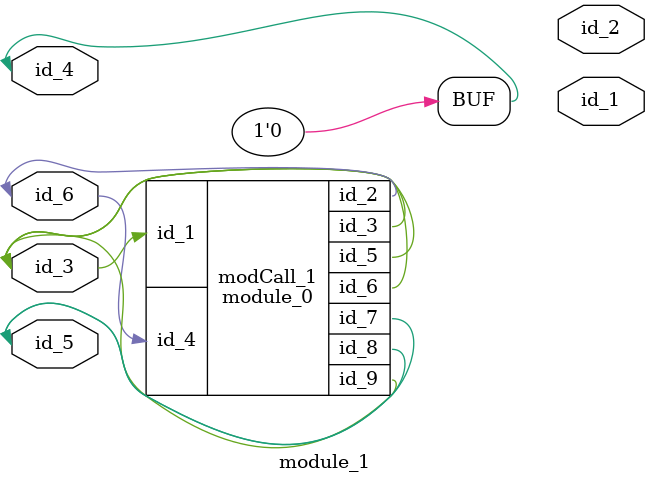
<source format=v>
module module_0 (
    id_1,
    id_2,
    id_3,
    id_4,
    id_5,
    id_6,
    id_7,
    id_8,
    id_9
);
  output wire id_9;
  inout wire id_8;
  inout wire id_7;
  inout wire id_6;
  inout wire id_5;
  input wire id_4;
  output wire id_3;
  inout wire id_2;
  input wire id_1;
endmodule
module module_1 (
    id_1,
    id_2,
    id_3,
    id_4,
    id_5,
    id_6
);
  inout wire id_6;
  inout wire id_5;
  inout wire id_4;
  inout wire id_3;
  output wire id_2;
  output wire id_1;
  assign id_4 = "";
  module_0 modCall_1 (
      id_3,
      id_6,
      id_3,
      id_6,
      id_3,
      id_3,
      id_5,
      id_5,
      id_3
  );
endmodule

</source>
